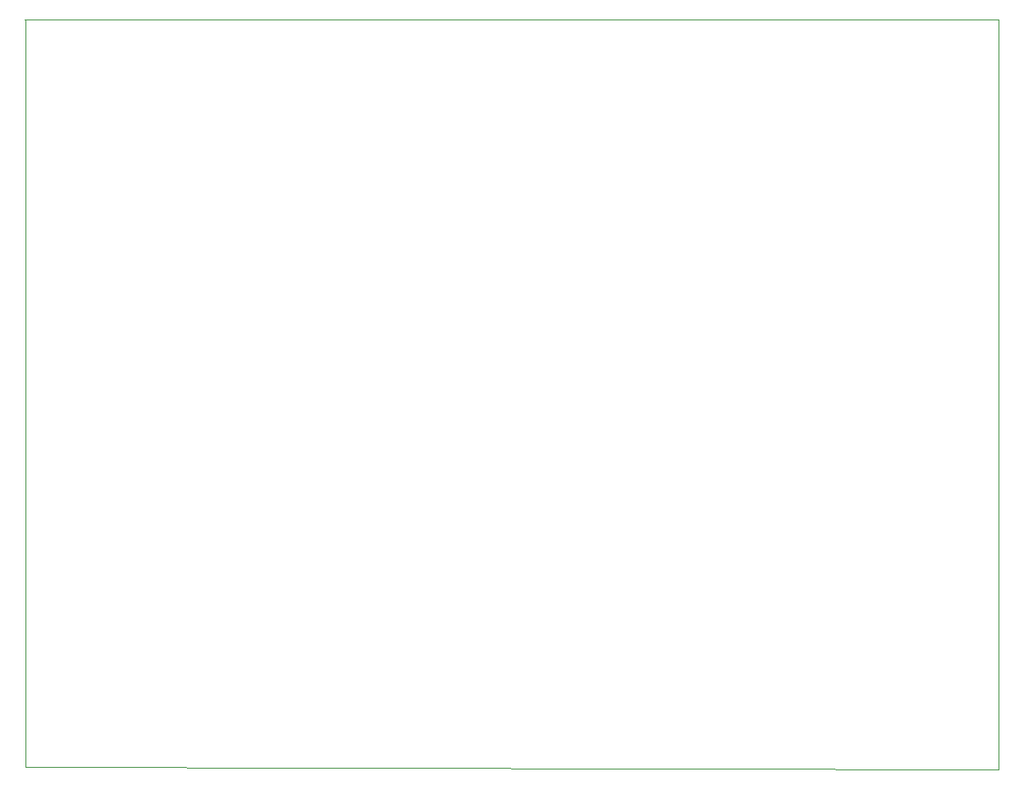
<source format=gbr>
%TF.GenerationSoftware,KiCad,Pcbnew,(6.0.2)*%
%TF.CreationDate,2022-06-27T11:40:54+12:00*%
%TF.ProjectId,ArduinoJimStim,41726475-696e-46f4-9a69-6d5374696d2e,rev?*%
%TF.SameCoordinates,Original*%
%TF.FileFunction,Profile,NP*%
%FSLAX46Y46*%
G04 Gerber Fmt 4.6, Leading zero omitted, Abs format (unit mm)*
G04 Created by KiCad (PCBNEW (6.0.2)) date 2022-06-27 11:40:54*
%MOMM*%
%LPD*%
G01*
G04 APERTURE LIST*
%TA.AperFunction,Profile*%
%ADD10C,0.100000*%
%TD*%
G04 APERTURE END LIST*
D10*
X98602000Y-50831000D02*
X195706000Y-50845000D01*
X195725000Y-50836000D02*
X195713000Y-125680000D01*
X98624000Y-125412000D02*
X98624000Y-50808000D01*
X195713000Y-125691000D02*
X98626000Y-125408000D01*
M02*

</source>
